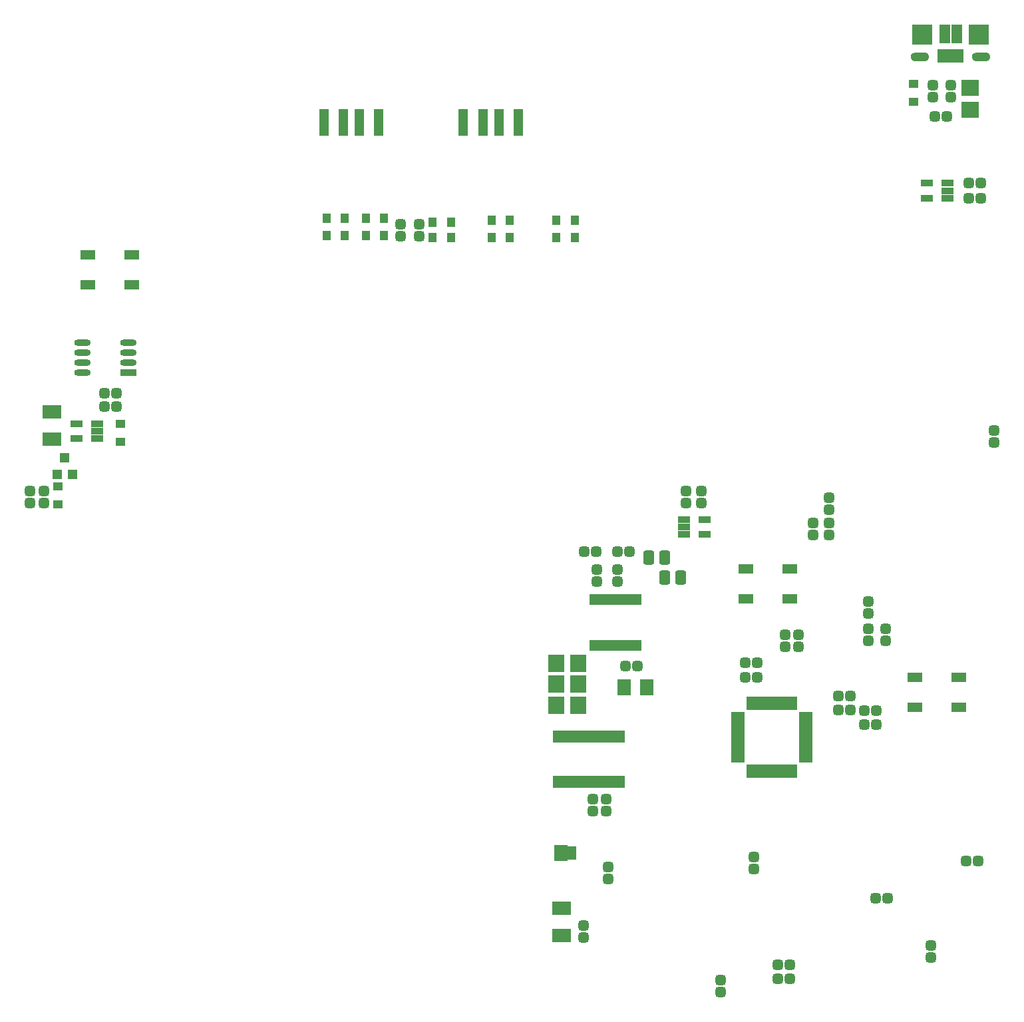
<source format=gtp>
G04 Layer_Color=8421504*
%FSLAX24Y24*%
%MOIN*%
G70*
G01*
G75*
%ADD98R,0.0670X0.0790*%
%ADD99R,0.0984X0.0984*%
G04:AMPARAMS|DCode=100|XSize=50.7mil|YSize=50.7mil|CornerRadius=12.2mil|HoleSize=0mil|Usage=FLASHONLY|Rotation=270.000|XOffset=0mil|YOffset=0mil|HoleType=Round|Shape=RoundedRectangle|*
%AMROUNDEDRECTD100*
21,1,0.0507,0.0262,0,0,270.0*
21,1,0.0262,0.0507,0,0,270.0*
1,1,0.0245,-0.0131,-0.0131*
1,1,0.0245,-0.0131,0.0131*
1,1,0.0245,0.0131,0.0131*
1,1,0.0245,0.0131,-0.0131*
%
%ADD100ROUNDEDRECTD100*%
G04:AMPARAMS|DCode=101|XSize=50.7mil|YSize=50.7mil|CornerRadius=12.2mil|HoleSize=0mil|Usage=FLASHONLY|Rotation=0.000|XOffset=0mil|YOffset=0mil|HoleType=Round|Shape=RoundedRectangle|*
%AMROUNDEDRECTD101*
21,1,0.0507,0.0262,0,0,0.0*
21,1,0.0262,0.0507,0,0,0.0*
1,1,0.0245,0.0131,-0.0131*
1,1,0.0245,-0.0131,-0.0131*
1,1,0.0245,-0.0131,0.0131*
1,1,0.0245,0.0131,0.0131*
%
%ADD101ROUNDEDRECTD101*%
G04:AMPARAMS|DCode=102|XSize=55.7mil|YSize=70.7mil|CornerRadius=12.9mil|HoleSize=0mil|Usage=FLASHONLY|Rotation=180.000|XOffset=0mil|YOffset=0mil|HoleType=Round|Shape=RoundedRectangle|*
%AMROUNDEDRECTD102*
21,1,0.0557,0.0450,0,0,180.0*
21,1,0.0300,0.0707,0,0,180.0*
1,1,0.0257,-0.0150,0.0225*
1,1,0.0257,0.0150,0.0225*
1,1,0.0257,0.0150,-0.0225*
1,1,0.0257,-0.0150,-0.0225*
%
%ADD102ROUNDEDRECTD102*%
%ADD103R,0.0377X0.0657*%
%ADD104R,0.0657X0.0377*%
%ADD105R,0.0968X0.0657*%
%ADD106R,0.0709X0.0787*%
%ADD107R,0.0315X0.0551*%
%ADD108R,0.0630X0.0374*%
%ADD109R,0.0407X0.0657*%
%ADD110R,0.0757X0.0457*%
%ADD111R,0.0484X0.0405*%
%ADD112R,0.0866X0.0787*%
%ADD113R,0.0551X0.0945*%
%ADD114R,0.0315X0.0689*%
%ADD115R,0.0405X0.0484*%
%ADD116R,0.0512X0.1339*%
%ADD117R,0.0472X0.0512*%
%ADD118R,0.0295X0.0630*%
%ADD119R,0.0787X0.0866*%
%ADD120O,0.0827X0.0323*%
%ADD121R,0.0827X0.0323*%
G36*
X46850Y49154D02*
D01*
Y49154D01*
Y49154D01*
D02*
G37*
G36*
X46744Y49341D02*
X46810Y49280D01*
X46848Y49199D01*
X46850Y49154D01*
X46848Y49109D01*
X46810Y49027D01*
X46744Y48966D01*
X46659Y48935D01*
X46614Y48937D01*
X46181D01*
X46136Y48935D01*
X46051Y48966D01*
X45985Y49027D01*
X45947Y49109D01*
X45945Y49154D01*
X45947Y49199D01*
X45985Y49280D01*
X46051Y49341D01*
X46136Y49372D01*
X46181Y49370D01*
X46614Y49370D01*
Y49370D01*
X46659Y49372D01*
X46744Y49341D01*
D02*
G37*
G36*
X49815D02*
X49881Y49280D01*
X49919Y49199D01*
X49921Y49154D01*
Y49154D01*
Y49154D01*
D01*
X49919Y49109D01*
X49881Y49027D01*
X49815Y48966D01*
X49730Y48935D01*
X49685Y48937D01*
X49252D01*
X49207Y48935D01*
X49122Y48966D01*
X49056Y49027D01*
X49018Y49109D01*
X49016Y49154D01*
X49018Y49199D01*
X49056Y49280D01*
X49122Y49341D01*
X49207Y49372D01*
X49252Y49370D01*
X49685Y49370D01*
Y49370D01*
X49730Y49372D01*
X49815Y49341D01*
D02*
G37*
D98*
X28417Y9257D02*
D03*
D99*
X46516Y50256D02*
D03*
X49350D02*
D03*
D100*
X38091Y9060D02*
D03*
Y8460D02*
D03*
X21299Y40772D02*
D03*
Y40172D02*
D03*
X20374Y40772D02*
D03*
Y40172D02*
D03*
X30787Y8568D02*
D03*
Y7968D02*
D03*
X50098Y30418D02*
D03*
Y29818D02*
D03*
X40315Y20182D02*
D03*
Y19582D02*
D03*
X39626D02*
D03*
Y20182D02*
D03*
X30212Y22848D02*
D03*
Y23448D02*
D03*
X31235Y22848D02*
D03*
Y23448D02*
D03*
X44685Y19877D02*
D03*
Y20477D02*
D03*
X43799D02*
D03*
Y19877D02*
D03*
X41831Y27072D02*
D03*
Y26472D02*
D03*
X43799Y21855D02*
D03*
Y21255D02*
D03*
X41831Y25792D02*
D03*
Y25192D02*
D03*
X41043D02*
D03*
Y25792D02*
D03*
X2504Y26791D02*
D03*
Y27391D02*
D03*
X1815D02*
D03*
Y26791D02*
D03*
X46949Y4631D02*
D03*
Y4031D02*
D03*
X29995Y11372D02*
D03*
Y11972D02*
D03*
X36417Y2298D02*
D03*
Y2898D02*
D03*
X29528Y5015D02*
D03*
Y5615D02*
D03*
X30684Y11372D02*
D03*
Y11972D02*
D03*
X35448Y26805D02*
D03*
Y27405D02*
D03*
X34661Y26805D02*
D03*
Y27405D02*
D03*
X47933Y47141D02*
D03*
Y47741D02*
D03*
X47047Y47141D02*
D03*
Y47741D02*
D03*
D101*
X44188Y6988D02*
D03*
X44788D02*
D03*
X38253Y18071D02*
D03*
X37653D02*
D03*
X6157Y31616D02*
D03*
X5557D02*
D03*
X42298Y16437D02*
D03*
X42898D02*
D03*
X49316Y8858D02*
D03*
X48716D02*
D03*
X43617Y15709D02*
D03*
X44217D02*
D03*
X47141Y46161D02*
D03*
X47741D02*
D03*
X49454Y42047D02*
D03*
X48854D02*
D03*
X38253Y18780D02*
D03*
X37653D02*
D03*
X5557Y32305D02*
D03*
X6157D02*
D03*
X42898Y17126D02*
D03*
X42298D02*
D03*
X30177Y24349D02*
D03*
X29577D02*
D03*
X31250D02*
D03*
X31850D02*
D03*
X31644Y18641D02*
D03*
X32244D02*
D03*
X44217Y16398D02*
D03*
X43617D02*
D03*
X49454Y42835D02*
D03*
X48854D02*
D03*
X39267Y2953D02*
D03*
X39867D02*
D03*
X39267Y3657D02*
D03*
X39867D02*
D03*
D102*
X32824Y24054D02*
D03*
X33624D02*
D03*
X33611Y23070D02*
D03*
X34411D02*
D03*
D103*
X37874Y16749D02*
D03*
X38189D02*
D03*
X38504D02*
D03*
X38819D02*
D03*
X39134D02*
D03*
X39449D02*
D03*
X39764D02*
D03*
X40079D02*
D03*
Y13369D02*
D03*
X39764D02*
D03*
X39449D02*
D03*
X39134D02*
D03*
X38819D02*
D03*
X38504D02*
D03*
X38189D02*
D03*
X37874D02*
D03*
D104*
X40666Y16161D02*
D03*
Y15846D02*
D03*
Y15531D02*
D03*
Y15217D02*
D03*
Y14902D02*
D03*
Y14587D02*
D03*
Y14272D02*
D03*
Y13957D02*
D03*
X37286D02*
D03*
Y14272D02*
D03*
Y14587D02*
D03*
Y14902D02*
D03*
Y15217D02*
D03*
Y15531D02*
D03*
Y15846D02*
D03*
Y16161D02*
D03*
D105*
X2924Y31362D02*
D03*
Y29980D02*
D03*
X28445Y6498D02*
D03*
Y5116D02*
D03*
D106*
X32692Y17558D02*
D03*
X31590D02*
D03*
D107*
X29975Y21962D02*
D03*
X30235D02*
D03*
X30495Y21965D02*
D03*
X30755Y21962D02*
D03*
X31015D02*
D03*
X31275D02*
D03*
X31535D02*
D03*
X31795D02*
D03*
X32055D02*
D03*
X32315D02*
D03*
Y19662D02*
D03*
X32055D02*
D03*
X31795D02*
D03*
X31535D02*
D03*
X31275D02*
D03*
X31015D02*
D03*
X30755D02*
D03*
X30495Y19660D02*
D03*
X30235Y19662D02*
D03*
X29975D02*
D03*
D108*
X34582Y25963D02*
D03*
Y25589D02*
D03*
Y25215D02*
D03*
X35606D02*
D03*
Y25963D02*
D03*
X47776Y42067D02*
D03*
Y42441D02*
D03*
Y42815D02*
D03*
X46752D02*
D03*
Y42067D02*
D03*
X5168Y30022D02*
D03*
Y30396D02*
D03*
Y30770D02*
D03*
X4144D02*
D03*
Y30022D02*
D03*
D109*
X28322Y9252D02*
D03*
X28642D02*
D03*
X28962D02*
D03*
D110*
X46144Y18073D02*
D03*
X48344D02*
D03*
X46144Y16573D02*
D03*
X48344D02*
D03*
X39880Y22006D02*
D03*
X37680D02*
D03*
X39880Y23506D02*
D03*
X37680D02*
D03*
X4707Y39234D02*
D03*
X6907D02*
D03*
X4707Y37734D02*
D03*
X6907D02*
D03*
D111*
X46063Y47795D02*
D03*
Y46890D02*
D03*
X6329Y29845D02*
D03*
Y30750D02*
D03*
X3213Y27622D02*
D03*
Y26717D02*
D03*
D112*
X48917Y46496D02*
D03*
Y47598D02*
D03*
D113*
X47638Y50295D02*
D03*
X48228D02*
D03*
D114*
X47421Y49203D02*
D03*
X47677D02*
D03*
X47933D02*
D03*
X48189D02*
D03*
X48445D02*
D03*
D115*
X17579Y40177D02*
D03*
X16673D02*
D03*
Y41063D02*
D03*
X17579D02*
D03*
X28189Y40079D02*
D03*
X29095D02*
D03*
X21988Y40079D02*
D03*
X22894D02*
D03*
X18642Y40177D02*
D03*
X19547D02*
D03*
Y41063D02*
D03*
X18642D02*
D03*
X22894Y40866D02*
D03*
X21988D02*
D03*
X29095Y40965D02*
D03*
X28189D02*
D03*
X24941Y40079D02*
D03*
X25847D02*
D03*
Y40965D02*
D03*
X24941D02*
D03*
D116*
X18307Y45865D02*
D03*
X19291D02*
D03*
X17520D02*
D03*
X16535D02*
D03*
X25295D02*
D03*
X26280D02*
D03*
X24508D02*
D03*
X23524D02*
D03*
D117*
X3557Y29061D02*
D03*
X3931Y28234D02*
D03*
X3183D02*
D03*
D118*
X31481Y12823D02*
D03*
X31225D02*
D03*
X30969D02*
D03*
X30713D02*
D03*
X30457D02*
D03*
X30201D02*
D03*
X29945D02*
D03*
X29689D02*
D03*
X29433D02*
D03*
X29177D02*
D03*
X28921D02*
D03*
X28666D02*
D03*
X28410D02*
D03*
X28154D02*
D03*
Y15106D02*
D03*
X28410D02*
D03*
X28666D02*
D03*
X28921D02*
D03*
X29177D02*
D03*
X29433D02*
D03*
X29689D02*
D03*
X29945D02*
D03*
X30201D02*
D03*
X30457D02*
D03*
X30713D02*
D03*
X30969D02*
D03*
X31225D02*
D03*
X31481D02*
D03*
D119*
X29287Y18759D02*
D03*
X28184D02*
D03*
Y17715D02*
D03*
X29287D02*
D03*
Y16672D02*
D03*
X28184D02*
D03*
D120*
X4439Y34829D02*
D03*
Y34329D02*
D03*
Y33829D02*
D03*
Y33329D02*
D03*
X6743Y34829D02*
D03*
Y34329D02*
D03*
Y33829D02*
D03*
D121*
Y33329D02*
D03*
M02*

</source>
